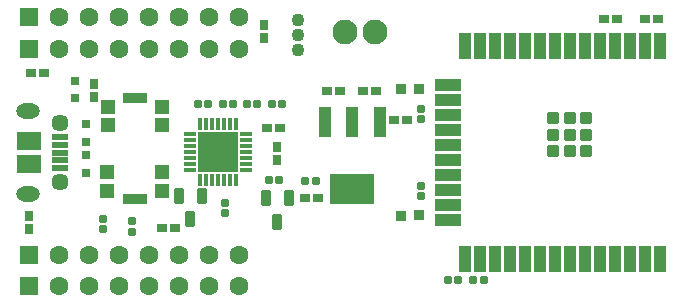
<source format=gts>
G04 Layer: TopSolderMaskLayer*
G04 EasyEDA Pro v2.1.42.467b0aa0, 2024-01-03 14:17:13*
G04 Gerber Generator version 0.3*
G04 Scale: 100 percent, Rotated: No, Reflected: No*
G04 Dimensions in millimeters*
G04 Leading zeros omitted, absolute positions, 3 integers and 5 decimals*
%FSLAX35Y35*%
%MOMM*%
%AMRoundRect*1,1,$1,$2,$3*1,1,$1,$4,$5*1,1,$1,0-$2,0-$3*1,1,$1,0-$4,0-$5*20,1,$1,$2,$3,$4,$5,0*20,1,$1,$4,$5,0-$2,0-$3,0*20,1,$1,0-$2,0-$3,0-$4,0-$5,0*20,1,$1,0-$4,0-$5,$2,$3,0*4,1,4,$2,$3,$4,$5,0-$2,0-$3,0-$4,0-$5,$2,$3,0*%
%ADD10RoundRect,0.09265X0.47948X-1.05447X-0.47948X-1.05447*%
%ADD11RoundRect,0.09265X1.05447X-0.47948X-1.05447X-0.47948*%
%ADD12RoundRect,0.09224X-0.45468X0.45468X0.45468X0.45468*%
%ADD13RoundRect,0.08024X0.46318X-0.15069X-0.46318X-0.15069*%
%ADD14RoundRect,0.08024X0.15069X-0.46318X-0.15069X-0.46318*%
%ADD15RoundRect,0.09869X1.67646X-1.67646X-1.67646X-1.67646*%
%ADD16RoundRect,0.09288X-0.49437X-1.23936X-0.49437X1.23936*%
%ADD17RoundRect,0.09774X-1.80193X-1.23693X-1.80193X1.23693*%
%ADD18RoundRect,0.08449X0.65856X0.20856X0.65856X-0.20856*%
%ADD19RoundRect,0.09554X0.95303X0.75303X0.95303X-0.75303*%
%ADD20C,1.45161*%
%ADD21O,2.0016X1.3015*%
%ADD22RoundRect,0.08875X-0.30643X-0.30643X-0.30643X0.30643*%
%ADD23RoundRect,0.08875X0.30643X0.30643X0.30643X-0.30643*%
%ADD24RoundRect,0.09017X-0.35571X-0.63072X-0.35571X0.63072*%
%ADD25RoundRect,0.08771X0.40199X-0.27695X-0.40199X-0.27695*%
%ADD26RoundRect,0.08771X-0.27695X-0.28977X-0.27695X0.28977*%
%ADD27RoundRect,0.08771X-0.28977X0.27695X0.28977X0.27695*%
%ADD28RoundRect,0.08771X0.27695X0.28977X0.27695X-0.28977*%
%ADD29RoundRect,0.08771X0.28977X-0.27695X-0.28977X-0.27695*%
%ADD30RoundRect,0.08771X-0.40199X0.27695X0.40199X0.27695*%
%ADD31RoundRect,0.08771X0.27695X0.40199X0.27695X-0.40199*%
%ADD32C,1.1016*%
%ADD33RoundRect,0.09131X-0.40514X-0.40514X-0.40514X0.40514*%
%ADD34RoundRect,0.09302X0.50429X-0.55429X-0.50429X-0.55429*%
%ADD35RoundRect,0.09017X1.00571X-0.35571X-1.00571X-0.35571*%
%ADD36RoundRect,0.09302X-0.50429X0.55429X0.50429X0.55429*%
%ADD37RoundRect,0.09017X-1.00571X0.35571X1.00571X0.35571*%
%ADD38C,2.1016*%
%ADD39RoundRect,0.08771X-0.27695X-0.40199X-0.27695X0.40199*%
%ADD40RoundRect,0.09554X-0.75303X0.75303X0.75303X0.75303*%
%ADD41C,1.6016*%
G75*


G04 Pad Start*
G54D10*
G01X8012252Y2378291D03*
G01X7885252Y2378291D03*
G01X7758252Y2378291D03*
G01X7631252Y2378291D03*
G01X7504252Y2378291D03*
G01X7377252Y2378291D03*
G01X7250252Y2378291D03*
G01X7123252Y2378291D03*
G01X6996252Y2378291D03*
G01X6869252Y2378291D03*
G01X6742252Y2378291D03*
G01X6615252Y2378291D03*
G01X6488252Y2378291D03*
G01X6361252Y2378291D03*
G54D11*
G01X6211748Y2049767D03*
G01X6211748Y1922767D03*
G01X6211748Y1795767D03*
G01X6211748Y1668767D03*
G01X6211748Y1541767D03*
G01X6211748Y1414767D03*
G01X6211748Y1287767D03*
G01X6211748Y1160767D03*
G01X6211748Y1033767D03*
G01X6211748Y906767D03*
G54D10*
G01X6361252Y578269D03*
G01X6488252Y578269D03*
G01X6615252Y578269D03*
G01X6742252Y578269D03*
G01X6869252Y578269D03*
G01X6996252Y578269D03*
G01X7123252Y578269D03*
G01X7250252Y578269D03*
G01X7377252Y578269D03*
G01X7504252Y578269D03*
G01X7631252Y578269D03*
G01X7758252Y578269D03*
G01X7885252Y578269D03*
G01X8012252Y578269D03*
G54D12*
G01X7244156Y1628305D03*
G01X7244156Y1768285D03*
G01X7244156Y1488275D03*
G01X7384161Y1488275D03*
G01X7384161Y1628280D03*
G01X7384161Y1768285D03*
G01X7104151Y1768285D03*
G01X7104151Y1628280D03*
G01X7104151Y1488275D03*
G54D13*
G01X4504944Y1333373D03*
G01X4504944Y1383360D03*
G01X4504944Y1433373D03*
G01X4504944Y1483360D03*
G01X4504944Y1533373D03*
G01X4504944Y1583360D03*
G01X4504944Y1633372D03*
G54D14*
G01X4417187Y1721104D03*
G01X4367200Y1721104D03*
G01X4317187Y1721104D03*
G01X4267200Y1721104D03*
G01X4217187Y1721104D03*
G01X4167200Y1721104D03*
G01X4117188Y1721104D03*
G54D13*
G01X4029456Y1633372D03*
G01X4029456Y1583360D03*
G01X4029456Y1533373D03*
G01X4029456Y1483360D03*
G01X4029456Y1433373D03*
G01X4029456Y1383360D03*
G01X4029456Y1333373D03*
G54D14*
G01X4117188Y1245616D03*
G01X4167200Y1245616D03*
G01X4217187Y1245616D03*
G01X4267200Y1245616D03*
G01X4317187Y1245616D03*
G01X4367200Y1245616D03*
G01X4417187Y1245616D03*
G54D15*
G01X4267200Y1483360D03*
G54D16*
G01X5635117Y1736369D03*
G01X5405120Y1736369D03*
G01X5175123Y1736369D03*
G54D17*
G01X5405120Y1169391D03*
G54D18*
G01X2926987Y1347470D03*
G01X2926987Y1412494D03*
G01X2926987Y1477518D03*
G01X2926987Y1542542D03*
G01X2926987Y1607518D03*
G54D19*
G01X2666002Y1377518D03*
G01X2666002Y1577518D03*
G54D20*
G01X2928991Y1727518D03*
G01X2928991Y1227519D03*
G54D21*
G01X2659009Y1127506D03*
G01X2659017Y1827530D03*
G54D22*
G01X3053080Y1936687D03*
G54D23*
G01X3053080Y2086674D03*
G54D22*
G01X3149600Y1570927D03*
G54D23*
G01X3149600Y1720914D03*
G01X3149600Y1456754D03*
G54D22*
G01X3149600Y1306767D03*
G54D24*
G01X4865116Y1090600D03*
G01X4675124Y1090600D03*
G01X4770120Y890600D03*
G01X4128516Y1112190D03*
G01X3938524Y1112190D03*
G01X4033520Y912190D03*
G54D25*
G01X5005172Y1092200D03*
G01X5114188Y1092200D03*
G54D26*
G01X3291840Y913232D03*
G01X3291840Y826668D03*
G01X3538220Y895452D03*
G01X3538220Y808888D03*
G54D27*
G01X4782922Y1249680D03*
G01X4696358Y1249680D03*
G54D28*
G01X4328160Y962558D03*
G01X4328160Y1049122D03*
G54D29*
G01X5006238Y1234440D03*
G01X5092802Y1234440D03*
G01X4096918Y1889760D03*
G01X4183482Y1889760D03*
G54D27*
G01X4600042Y1889760D03*
G01X4513478Y1889760D03*
G54D29*
G01X4721758Y1889760D03*
G01X4808322Y1889760D03*
G01X4305198Y1889760D03*
G01X4391762Y1889760D03*
G54D30*
G01X3900068Y835660D03*
G01X3791052Y835660D03*
G54D31*
G01X3215640Y1952092D03*
G01X3215640Y2061108D03*
G54D29*
G01X6428638Y396240D03*
G01X6515202Y396240D03*
G54D27*
G01X6296762Y396240D03*
G01X6210198Y396240D03*
G54D28*
G01X5989320Y1760118D03*
G01X5989320Y1846682D03*
G54D26*
G01X5989320Y1196442D03*
G01X5989320Y1109878D03*
G54D32*
G01X4947920Y2600960D03*
G01X4947920Y2473960D03*
G01X4947920Y2346960D03*
G54D33*
G01X5972747Y2017103D03*
G01X5812854Y2016417D03*
G54D34*
G01X3791077Y1155065D03*
G01X3331083Y1155065D03*
G01X3791077Y1315085D03*
G01X3331083Y1315085D03*
G54D35*
G01X3561080Y1082675D03*
G54D36*
G01X3336163Y1867535D03*
G01X3796157Y1867535D03*
G01X3336163Y1707515D03*
G01X3796157Y1707515D03*
G54D37*
G01X3566160Y1939925D03*
G54D38*
G01X5339080Y2499360D03*
G01X5593080Y2499360D03*
G54D39*
G01X4658360Y2553868D03*
G01X4658360Y2444852D03*
G54D40*
G01X2667000Y2357120D03*
G54D41*
G01X2921000Y2357120D03*
G01X3175000Y2357120D03*
G01X3429000Y2357120D03*
G01X3683000Y2357120D03*
G01X3937000Y2357120D03*
G01X4191000Y2357120D03*
G01X4445000Y2357120D03*
G54D40*
G01X2667000Y2626360D03*
G54D41*
G01X2921000Y2626360D03*
G01X3175000Y2626360D03*
G01X3429000Y2626360D03*
G01X3683000Y2626360D03*
G01X3937000Y2626360D03*
G01X4191000Y2626360D03*
G01X4445000Y2626360D03*
G54D40*
G01X2667000Y614680D03*
G54D41*
G01X2921000Y614680D03*
G01X3175000Y614680D03*
G01X3429000Y614680D03*
G01X3683000Y614680D03*
G01X3937000Y614680D03*
G01X4191000Y614680D03*
G01X4445000Y614680D03*
G54D40*
G01X2667000Y345440D03*
G54D41*
G01X2921000Y345440D03*
G01X3175000Y345440D03*
G01X3429000Y345440D03*
G01X3683000Y345440D03*
G01X3937000Y345440D03*
G01X4191000Y345440D03*
G01X4445000Y345440D03*
G54D25*
G01X5188052Y2001520D03*
G01X5297068Y2001520D03*
G01X5757012Y1757680D03*
G01X5866028Y1757680D03*
G01X5492852Y2001520D03*
G01X5601868Y2001520D03*
G01X2683612Y2148840D03*
G01X2792628Y2148840D03*
G54D31*
G01X4766310Y1416152D03*
G01X4766310Y1525168D03*
G54D30*
G01X4789068Y1686560D03*
G01X4680052Y1686560D03*
G54D25*
G01X7880452Y2611120D03*
G01X7989468Y2611120D03*
G54D30*
G01X7644028Y2611120D03*
G01X7535012Y2611120D03*
G54D33*
G01X5972747Y945223D03*
G01X5812854Y944537D03*
G54D31*
G01X2667000Y833222D03*
G01X2667000Y942238D03*
G04 Pad End*

M02*

</source>
